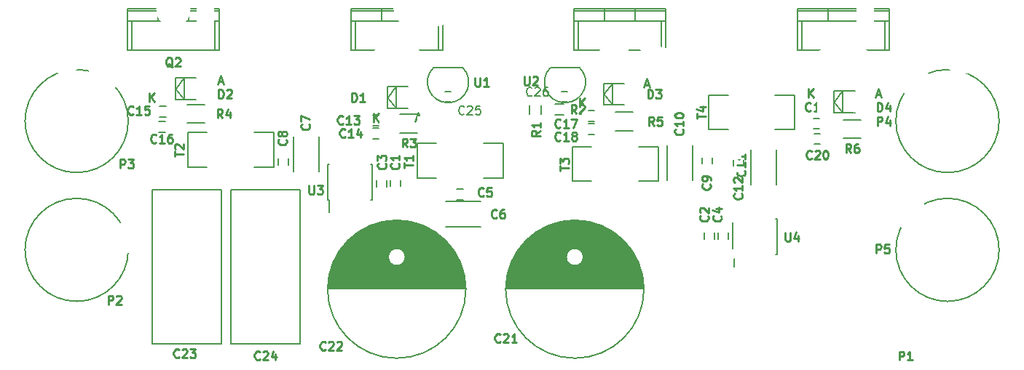
<source format=gbr>
G04 #@! TF.FileFunction,Legend,Top*
%FSLAX46Y46*%
G04 Gerber Fmt 4.6, Leading zero omitted, Abs format (unit mm)*
G04 Created by KiCad (PCBNEW 4.0.1-stable) date 13.01.2016 23:47:25*
%MOMM*%
G01*
G04 APERTURE LIST*
%ADD10C,0.100000*%
%ADD11C,0.150000*%
%ADD12C,0.250000*%
%ADD13C,7.000000*%
%ADD14R,0.750000X0.800000*%
%ADD15R,0.800000X0.750000*%
%ADD16R,1.800000X2.230000*%
%ADD17R,2.230000X1.800000*%
%ADD18C,1.700000*%
%ADD19R,2.300000X2.300000*%
%ADD20C,2.300000*%
%ADD21R,1.501140X2.700020*%
%ADD22R,0.900000X0.500000*%
%ADD23R,0.500000X0.900000*%
%ADD24R,0.900000X1.700000*%
%ADD25O,0.899160X1.501140*%
%ADD26R,0.600000X1.550000*%
%ADD27C,10.000000*%
%ADD28O,2.032000X2.540000*%
%ADD29R,1.727200X1.727200*%
%ADD30O,1.727200X1.727200*%
%ADD31C,1.500000*%
%ADD32C,4.000000*%
%ADD33C,0.254000*%
G04 APERTURE END LIST*
D10*
D11*
X174447000Y-56915000D02*
X174447000Y-57615000D01*
X173247000Y-57615000D02*
X173247000Y-56915000D01*
X210896000Y-63035000D02*
X210896000Y-63735000D01*
X209696000Y-63735000D02*
X209696000Y-63035000D01*
X172796000Y-56927000D02*
X172796000Y-57627000D01*
X171596000Y-57627000D02*
X171596000Y-56927000D01*
X212547000Y-63035000D02*
X212547000Y-63735000D01*
X211347000Y-63735000D02*
X211347000Y-63035000D01*
X180978000Y-57947000D02*
X181678000Y-57947000D01*
X181678000Y-59147000D02*
X180978000Y-59147000D01*
X183775000Y-62333000D02*
X179675000Y-62333000D01*
X183775000Y-59333000D02*
X179675000Y-59333000D01*
X161933000Y-55902000D02*
X161933000Y-51802000D01*
X164933000Y-55902000D02*
X164933000Y-51802000D01*
X161366000Y-54387000D02*
X161366000Y-55087000D01*
X160166000Y-55087000D02*
X160166000Y-54387000D01*
X209442000Y-54960000D02*
X209442000Y-54260000D01*
X210642000Y-54260000D02*
X210642000Y-54960000D01*
X208367000Y-52810000D02*
X208367000Y-56910000D01*
X205367000Y-52810000D02*
X205367000Y-56910000D01*
X218146000Y-53318000D02*
X218146000Y-57418000D01*
X215146000Y-53318000D02*
X215146000Y-57418000D01*
X213125000Y-55202000D02*
X213125000Y-54502000D01*
X214325000Y-54502000D02*
X214325000Y-55202000D01*
X171199000Y-49311000D02*
X171899000Y-49311000D01*
X171899000Y-50511000D02*
X171199000Y-50511000D01*
X171899000Y-52035000D02*
X171199000Y-52035000D01*
X171199000Y-50835000D02*
X171899000Y-50835000D01*
X146434000Y-48295000D02*
X147134000Y-48295000D01*
X147134000Y-49495000D02*
X146434000Y-49495000D01*
X147031000Y-51273000D02*
X146331000Y-51273000D01*
X146331000Y-50073000D02*
X147031000Y-50073000D01*
X196230000Y-48803000D02*
X196930000Y-48803000D01*
X196930000Y-50003000D02*
X196230000Y-50003000D01*
X196930000Y-51527000D02*
X196230000Y-51527000D01*
X196230000Y-50327000D02*
X196930000Y-50327000D01*
X222392000Y-49692000D02*
X223092000Y-49692000D01*
X223092000Y-50892000D02*
X222392000Y-50892000D01*
X223207000Y-52670000D02*
X222507000Y-52670000D01*
X222507000Y-51470000D02*
X223207000Y-51470000D01*
X186675000Y-69508000D02*
X202675000Y-69508000D01*
X186678000Y-69368000D02*
X202672000Y-69368000D01*
X186683000Y-69228000D02*
X202667000Y-69228000D01*
X186690000Y-69088000D02*
X202660000Y-69088000D01*
X186700000Y-68948000D02*
X202650000Y-68948000D01*
X186713000Y-68808000D02*
X202637000Y-68808000D01*
X186727000Y-68668000D02*
X202623000Y-68668000D01*
X186745000Y-68528000D02*
X202605000Y-68528000D01*
X186765000Y-68388000D02*
X202585000Y-68388000D01*
X186787000Y-68248000D02*
X202563000Y-68248000D01*
X186812000Y-68108000D02*
X202538000Y-68108000D01*
X186840000Y-67968000D02*
X202510000Y-67968000D01*
X186870000Y-67828000D02*
X202480000Y-67828000D01*
X186903000Y-67688000D02*
X202447000Y-67688000D01*
X186938000Y-67548000D02*
X202412000Y-67548000D01*
X186976000Y-67408000D02*
X202374000Y-67408000D01*
X187017000Y-67268000D02*
X202333000Y-67268000D01*
X187061000Y-67128000D02*
X202289000Y-67128000D01*
X187108000Y-66988000D02*
X202242000Y-66988000D01*
X187157000Y-66848000D02*
X202193000Y-66848000D01*
X187209000Y-66708000D02*
X194191000Y-66708000D01*
X195159000Y-66708000D02*
X202141000Y-66708000D01*
X187265000Y-66568000D02*
X193997000Y-66568000D01*
X195353000Y-66568000D02*
X202085000Y-66568000D01*
X187323000Y-66428000D02*
X193871000Y-66428000D01*
X195479000Y-66428000D02*
X202027000Y-66428000D01*
X187385000Y-66288000D02*
X193785000Y-66288000D01*
X195565000Y-66288000D02*
X201965000Y-66288000D01*
X187450000Y-66148000D02*
X193726000Y-66148000D01*
X195624000Y-66148000D02*
X201900000Y-66148000D01*
X187518000Y-66008000D02*
X193690000Y-66008000D01*
X195660000Y-66008000D02*
X201832000Y-66008000D01*
X187590000Y-65868000D02*
X193676000Y-65868000D01*
X195674000Y-65868000D02*
X201760000Y-65868000D01*
X187665000Y-65728000D02*
X193681000Y-65728000D01*
X195669000Y-65728000D02*
X201685000Y-65728000D01*
X187744000Y-65588000D02*
X193705000Y-65588000D01*
X195645000Y-65588000D02*
X201606000Y-65588000D01*
X187827000Y-65448000D02*
X193752000Y-65448000D01*
X195598000Y-65448000D02*
X201523000Y-65448000D01*
X187913000Y-65308000D02*
X193824000Y-65308000D01*
X195526000Y-65308000D02*
X201437000Y-65308000D01*
X188004000Y-65168000D02*
X193928000Y-65168000D01*
X195422000Y-65168000D02*
X201346000Y-65168000D01*
X188098000Y-65028000D02*
X194082000Y-65028000D01*
X195268000Y-65028000D02*
X201252000Y-65028000D01*
X188198000Y-64888000D02*
X194348000Y-64888000D01*
X195002000Y-64888000D02*
X201152000Y-64888000D01*
X188301000Y-64748000D02*
X201049000Y-64748000D01*
X188410000Y-64608000D02*
X200940000Y-64608000D01*
X188524000Y-64468000D02*
X200826000Y-64468000D01*
X188643000Y-64328000D02*
X200707000Y-64328000D01*
X188768000Y-64188000D02*
X200582000Y-64188000D01*
X188899000Y-64048000D02*
X200451000Y-64048000D01*
X189036000Y-63908000D02*
X200314000Y-63908000D01*
X189181000Y-63768000D02*
X200169000Y-63768000D01*
X189333000Y-63628000D02*
X200017000Y-63628000D01*
X189493000Y-63488000D02*
X199857000Y-63488000D01*
X189663000Y-63348000D02*
X199687000Y-63348000D01*
X189842000Y-63208000D02*
X199508000Y-63208000D01*
X190032000Y-63068000D02*
X199318000Y-63068000D01*
X190235000Y-62928000D02*
X199115000Y-62928000D01*
X190453000Y-62788000D02*
X198897000Y-62788000D01*
X190687000Y-62648000D02*
X198663000Y-62648000D01*
X190941000Y-62508000D02*
X198409000Y-62508000D01*
X191219000Y-62368000D02*
X198131000Y-62368000D01*
X191528000Y-62228000D02*
X197822000Y-62228000D01*
X191878000Y-62088000D02*
X197472000Y-62088000D01*
X192286000Y-61948000D02*
X197064000Y-61948000D01*
X192791000Y-61808000D02*
X196559000Y-61808000D01*
X193512000Y-61668000D02*
X195838000Y-61668000D01*
X195675000Y-65833000D02*
G75*
G03X195675000Y-65833000I-1000000J0D01*
G01*
X202712500Y-69583000D02*
G75*
G03X202712500Y-69583000I-8037500J0D01*
G01*
X165974000Y-69508000D02*
X181974000Y-69508000D01*
X165977000Y-69368000D02*
X181971000Y-69368000D01*
X165982000Y-69228000D02*
X181966000Y-69228000D01*
X165989000Y-69088000D02*
X181959000Y-69088000D01*
X165999000Y-68948000D02*
X181949000Y-68948000D01*
X166012000Y-68808000D02*
X181936000Y-68808000D01*
X166026000Y-68668000D02*
X181922000Y-68668000D01*
X166044000Y-68528000D02*
X181904000Y-68528000D01*
X166064000Y-68388000D02*
X181884000Y-68388000D01*
X166086000Y-68248000D02*
X181862000Y-68248000D01*
X166111000Y-68108000D02*
X181837000Y-68108000D01*
X166139000Y-67968000D02*
X181809000Y-67968000D01*
X166169000Y-67828000D02*
X181779000Y-67828000D01*
X166202000Y-67688000D02*
X181746000Y-67688000D01*
X166237000Y-67548000D02*
X181711000Y-67548000D01*
X166275000Y-67408000D02*
X181673000Y-67408000D01*
X166316000Y-67268000D02*
X181632000Y-67268000D01*
X166360000Y-67128000D02*
X181588000Y-67128000D01*
X166407000Y-66988000D02*
X181541000Y-66988000D01*
X166456000Y-66848000D02*
X181492000Y-66848000D01*
X166508000Y-66708000D02*
X173490000Y-66708000D01*
X174458000Y-66708000D02*
X181440000Y-66708000D01*
X166564000Y-66568000D02*
X173296000Y-66568000D01*
X174652000Y-66568000D02*
X181384000Y-66568000D01*
X166622000Y-66428000D02*
X173170000Y-66428000D01*
X174778000Y-66428000D02*
X181326000Y-66428000D01*
X166684000Y-66288000D02*
X173084000Y-66288000D01*
X174864000Y-66288000D02*
X181264000Y-66288000D01*
X166749000Y-66148000D02*
X173025000Y-66148000D01*
X174923000Y-66148000D02*
X181199000Y-66148000D01*
X166817000Y-66008000D02*
X172989000Y-66008000D01*
X174959000Y-66008000D02*
X181131000Y-66008000D01*
X166889000Y-65868000D02*
X172975000Y-65868000D01*
X174973000Y-65868000D02*
X181059000Y-65868000D01*
X166964000Y-65728000D02*
X172980000Y-65728000D01*
X174968000Y-65728000D02*
X180984000Y-65728000D01*
X167043000Y-65588000D02*
X173004000Y-65588000D01*
X174944000Y-65588000D02*
X180905000Y-65588000D01*
X167126000Y-65448000D02*
X173051000Y-65448000D01*
X174897000Y-65448000D02*
X180822000Y-65448000D01*
X167212000Y-65308000D02*
X173123000Y-65308000D01*
X174825000Y-65308000D02*
X180736000Y-65308000D01*
X167303000Y-65168000D02*
X173227000Y-65168000D01*
X174721000Y-65168000D02*
X180645000Y-65168000D01*
X167397000Y-65028000D02*
X173381000Y-65028000D01*
X174567000Y-65028000D02*
X180551000Y-65028000D01*
X167497000Y-64888000D02*
X173647000Y-64888000D01*
X174301000Y-64888000D02*
X180451000Y-64888000D01*
X167600000Y-64748000D02*
X180348000Y-64748000D01*
X167709000Y-64608000D02*
X180239000Y-64608000D01*
X167823000Y-64468000D02*
X180125000Y-64468000D01*
X167942000Y-64328000D02*
X180006000Y-64328000D01*
X168067000Y-64188000D02*
X179881000Y-64188000D01*
X168198000Y-64048000D02*
X179750000Y-64048000D01*
X168335000Y-63908000D02*
X179613000Y-63908000D01*
X168480000Y-63768000D02*
X179468000Y-63768000D01*
X168632000Y-63628000D02*
X179316000Y-63628000D01*
X168792000Y-63488000D02*
X179156000Y-63488000D01*
X168962000Y-63348000D02*
X178986000Y-63348000D01*
X169141000Y-63208000D02*
X178807000Y-63208000D01*
X169331000Y-63068000D02*
X178617000Y-63068000D01*
X169534000Y-62928000D02*
X178414000Y-62928000D01*
X169752000Y-62788000D02*
X178196000Y-62788000D01*
X169986000Y-62648000D02*
X177962000Y-62648000D01*
X170240000Y-62508000D02*
X177708000Y-62508000D01*
X170518000Y-62368000D02*
X177430000Y-62368000D01*
X170827000Y-62228000D02*
X177121000Y-62228000D01*
X171177000Y-62088000D02*
X176771000Y-62088000D01*
X171585000Y-61948000D02*
X176363000Y-61948000D01*
X172090000Y-61808000D02*
X175858000Y-61808000D01*
X172811000Y-61668000D02*
X175137000Y-61668000D01*
X174974000Y-65833000D02*
G75*
G03X174974000Y-65833000I-1000000J0D01*
G01*
X182011500Y-69583000D02*
G75*
G03X182011500Y-69583000I-8037500J0D01*
G01*
X145590000Y-75983000D02*
X145590000Y-57983000D01*
X145590000Y-57983000D02*
X153590000Y-57983000D01*
X153590000Y-57983000D02*
X153590000Y-75983000D01*
X153590000Y-75983000D02*
X145590000Y-75983000D01*
X154734000Y-75983000D02*
X154734000Y-57983000D01*
X154734000Y-57983000D02*
X162734000Y-57983000D01*
X162734000Y-57983000D02*
X162734000Y-75983000D01*
X162734000Y-75983000D02*
X154734000Y-75983000D01*
X172950380Y-47244000D02*
X173900340Y-45994320D01*
X173900340Y-45994320D02*
X173900340Y-48493680D01*
X173900340Y-48493680D02*
X172902120Y-47244000D01*
X172902120Y-45994320D02*
X172902120Y-48493680D01*
X175200820Y-45994320D02*
X175299880Y-45994320D01*
X175200820Y-48493680D02*
X175299880Y-48493680D01*
X172902120Y-45994320D02*
X175251620Y-45994320D01*
X172902120Y-48493680D02*
X175150020Y-48493680D01*
X148312380Y-46228000D02*
X149262340Y-44978320D01*
X149262340Y-44978320D02*
X149262340Y-47477680D01*
X149262340Y-47477680D02*
X148264120Y-46228000D01*
X148264120Y-44978320D02*
X148264120Y-47477680D01*
X150562820Y-44978320D02*
X150661880Y-44978320D01*
X150562820Y-47477680D02*
X150661880Y-47477680D01*
X148264120Y-44978320D02*
X150613620Y-44978320D01*
X148264120Y-47477680D02*
X150512020Y-47477680D01*
X198096380Y-46863000D02*
X199046340Y-45613320D01*
X199046340Y-45613320D02*
X199046340Y-48112680D01*
X199046340Y-48112680D02*
X198048120Y-46863000D01*
X198048120Y-45613320D02*
X198048120Y-48112680D01*
X200346820Y-45613320D02*
X200445880Y-45613320D01*
X200346820Y-48112680D02*
X200445880Y-48112680D01*
X198048120Y-45613320D02*
X200397620Y-45613320D01*
X198048120Y-48112680D02*
X200296020Y-48112680D01*
X224880680Y-47752000D02*
X225830640Y-46502320D01*
X225830640Y-46502320D02*
X225830640Y-49001680D01*
X225830640Y-49001680D02*
X224832420Y-47752000D01*
X224832420Y-46502320D02*
X224832420Y-49001680D01*
X227131120Y-46502320D02*
X227230180Y-46502320D01*
X227131120Y-49001680D02*
X227230180Y-49001680D01*
X224832420Y-46502320D02*
X227181920Y-46502320D01*
X224832420Y-49001680D02*
X227080320Y-49001680D01*
X190746000Y-48169000D02*
X190746000Y-49169000D01*
X189396000Y-49169000D02*
X189396000Y-48169000D01*
X193397000Y-49316000D02*
X192397000Y-49316000D01*
X192397000Y-47966000D02*
X193397000Y-47966000D01*
X174371000Y-49217000D02*
X176371000Y-49217000D01*
X176371000Y-51367000D02*
X174371000Y-51367000D01*
X149606000Y-48074000D02*
X151606000Y-48074000D01*
X151606000Y-50224000D02*
X149606000Y-50224000D01*
X199390000Y-48963000D02*
X201390000Y-48963000D01*
X201390000Y-51113000D02*
X199390000Y-51113000D01*
X225933000Y-49852000D02*
X227933000Y-49852000D01*
X227933000Y-52002000D02*
X225933000Y-52002000D01*
X181643000Y-43766000D02*
X178243000Y-43766000D01*
X181640056Y-43768944D02*
G75*
G02X179943000Y-47866000I-1697056J-1697056D01*
G01*
X178245944Y-43768944D02*
G75*
G03X179943000Y-47866000I1697056J-1697056D01*
G01*
X195232000Y-43766000D02*
X191832000Y-43766000D01*
X195229056Y-43768944D02*
G75*
G02X193532000Y-47866000I-1697056J-1697056D01*
G01*
X191834944Y-43768944D02*
G75*
G03X193532000Y-47866000I1697056J-1697056D01*
G01*
X165938000Y-59225000D02*
X166083000Y-59225000D01*
X165938000Y-55075000D02*
X166083000Y-55075000D01*
X171088000Y-55075000D02*
X170943000Y-55075000D01*
X171088000Y-59225000D02*
X170943000Y-59225000D01*
X165938000Y-59225000D02*
X165938000Y-55075000D01*
X171088000Y-59225000D02*
X171088000Y-55075000D01*
X166083000Y-59225000D02*
X166083000Y-60625000D01*
X213055000Y-65575000D02*
X213200000Y-65575000D01*
X213055000Y-61425000D02*
X213200000Y-61425000D01*
X218205000Y-61425000D02*
X218060000Y-61425000D01*
X218205000Y-65575000D02*
X218060000Y-65575000D01*
X213055000Y-65575000D02*
X213055000Y-61425000D01*
X218205000Y-65575000D02*
X218205000Y-61425000D01*
X213200000Y-65575000D02*
X213200000Y-66975000D01*
X176340000Y-56610000D02*
X178610000Y-56610000D01*
X176340000Y-52610000D02*
X176340000Y-56610000D01*
X178610000Y-52610000D02*
X176340000Y-52610000D01*
X186340000Y-56610000D02*
X184070000Y-56610000D01*
X186340000Y-52610000D02*
X186340000Y-56610000D01*
X184070000Y-52610000D02*
X186340000Y-52610000D01*
X149670000Y-55340000D02*
X151940000Y-55340000D01*
X149670000Y-51340000D02*
X149670000Y-55340000D01*
X151940000Y-51340000D02*
X149670000Y-51340000D01*
X159670000Y-55340000D02*
X157400000Y-55340000D01*
X159670000Y-51340000D02*
X159670000Y-55340000D01*
X157400000Y-51340000D02*
X159670000Y-51340000D01*
X194374000Y-56991000D02*
X196644000Y-56991000D01*
X194374000Y-52991000D02*
X194374000Y-56991000D01*
X196644000Y-52991000D02*
X194374000Y-52991000D01*
X204374000Y-56991000D02*
X202104000Y-56991000D01*
X204374000Y-52991000D02*
X204374000Y-56991000D01*
X202104000Y-52991000D02*
X204374000Y-52991000D01*
X220249000Y-46954000D02*
X217979000Y-46954000D01*
X220249000Y-50954000D02*
X220249000Y-46954000D01*
X217979000Y-50954000D02*
X220249000Y-50954000D01*
X210249000Y-46954000D02*
X212519000Y-46954000D01*
X210249000Y-50954000D02*
X210249000Y-46954000D01*
X212519000Y-50954000D02*
X210249000Y-50954000D01*
X142763000Y-65000000D02*
G75*
G03X142763000Y-65000000I-6000000J0D01*
G01*
X142763000Y-50000000D02*
G75*
G03X142763000Y-50000000I-6000000J0D01*
G01*
X244000000Y-50000000D02*
G75*
G03X244000000Y-50000000I-6000000J0D01*
G01*
X244000000Y-65000000D02*
G75*
G03X244000000Y-65000000I-6000000J0D01*
G01*
X152826000Y-38349000D02*
X152826000Y-41778000D01*
X143174000Y-38349000D02*
X143174000Y-41778000D01*
X153334000Y-37206000D02*
X142666000Y-37206000D01*
X149778000Y-38222000D02*
X149778000Y-36952000D01*
X146222000Y-38222000D02*
X146222000Y-36952000D01*
X142666000Y-38349000D02*
X153334000Y-38349000D01*
X153334000Y-41778000D02*
X142666000Y-41778000D01*
X142666000Y-36952000D02*
X142666000Y-41778000D01*
X153334000Y-36952000D02*
X153334000Y-41778000D01*
X153334000Y-36952000D02*
X142666000Y-36952000D01*
X178786000Y-38349000D02*
X178786000Y-41778000D01*
X169134000Y-38349000D02*
X169134000Y-41778000D01*
X179294000Y-37206000D02*
X168626000Y-37206000D01*
X175738000Y-38222000D02*
X175738000Y-36952000D01*
X172182000Y-38222000D02*
X172182000Y-36952000D01*
X168626000Y-38349000D02*
X179294000Y-38349000D01*
X179294000Y-41778000D02*
X168626000Y-41778000D01*
X168626000Y-36952000D02*
X168626000Y-41778000D01*
X179294000Y-36952000D02*
X179294000Y-41778000D01*
X179294000Y-36952000D02*
X168626000Y-36952000D01*
X204746000Y-38349000D02*
X204746000Y-41778000D01*
X195094000Y-38349000D02*
X195094000Y-41778000D01*
X205254000Y-37206000D02*
X194586000Y-37206000D01*
X201698000Y-38222000D02*
X201698000Y-36952000D01*
X198142000Y-38222000D02*
X198142000Y-36952000D01*
X194586000Y-38349000D02*
X205254000Y-38349000D01*
X205254000Y-41778000D02*
X194586000Y-41778000D01*
X194586000Y-36952000D02*
X194586000Y-41778000D01*
X205254000Y-36952000D02*
X205254000Y-41778000D01*
X205254000Y-36952000D02*
X194586000Y-36952000D01*
X230706000Y-38349000D02*
X230706000Y-41778000D01*
X221054000Y-38349000D02*
X221054000Y-41778000D01*
X231214000Y-37206000D02*
X220546000Y-37206000D01*
X227658000Y-38222000D02*
X227658000Y-36952000D01*
X224102000Y-38222000D02*
X224102000Y-36952000D01*
X220546000Y-38349000D02*
X231214000Y-38349000D01*
X231214000Y-41778000D02*
X220546000Y-41778000D01*
X220546000Y-36952000D02*
X220546000Y-41778000D01*
X231214000Y-36952000D02*
X231214000Y-41778000D01*
X231214000Y-36952000D02*
X220546000Y-36952000D01*
X179561000Y-46545000D02*
X180261000Y-46545000D01*
X180261000Y-47745000D02*
X179561000Y-47745000D01*
X193150000Y-46545000D02*
X193850000Y-46545000D01*
X193850000Y-47745000D02*
X193150000Y-47745000D01*
D12*
X174172143Y-54931666D02*
X174219762Y-54979285D01*
X174267381Y-55122142D01*
X174267381Y-55217380D01*
X174219762Y-55360238D01*
X174124524Y-55455476D01*
X174029286Y-55503095D01*
X173838810Y-55550714D01*
X173695952Y-55550714D01*
X173505476Y-55503095D01*
X173410238Y-55455476D01*
X173315000Y-55360238D01*
X173267381Y-55217380D01*
X173267381Y-55122142D01*
X173315000Y-54979285D01*
X173362619Y-54931666D01*
X174267381Y-53979285D02*
X174267381Y-54550714D01*
X174267381Y-54265000D02*
X173267381Y-54265000D01*
X173410238Y-54360238D01*
X173505476Y-54455476D01*
X173553095Y-54550714D01*
X210113143Y-61027666D02*
X210160762Y-61075285D01*
X210208381Y-61218142D01*
X210208381Y-61313380D01*
X210160762Y-61456238D01*
X210065524Y-61551476D01*
X209970286Y-61599095D01*
X209779810Y-61646714D01*
X209636952Y-61646714D01*
X209446476Y-61599095D01*
X209351238Y-61551476D01*
X209256000Y-61456238D01*
X209208381Y-61313380D01*
X209208381Y-61218142D01*
X209256000Y-61075285D01*
X209303619Y-61027666D01*
X209303619Y-60646714D02*
X209256000Y-60599095D01*
X209208381Y-60503857D01*
X209208381Y-60265761D01*
X209256000Y-60170523D01*
X209303619Y-60122904D01*
X209398857Y-60075285D01*
X209494095Y-60075285D01*
X209636952Y-60122904D01*
X210208381Y-60694333D01*
X210208381Y-60075285D01*
X172648143Y-54931666D02*
X172695762Y-54979285D01*
X172743381Y-55122142D01*
X172743381Y-55217380D01*
X172695762Y-55360238D01*
X172600524Y-55455476D01*
X172505286Y-55503095D01*
X172314810Y-55550714D01*
X172171952Y-55550714D01*
X171981476Y-55503095D01*
X171886238Y-55455476D01*
X171791000Y-55360238D01*
X171743381Y-55217380D01*
X171743381Y-55122142D01*
X171791000Y-54979285D01*
X171838619Y-54931666D01*
X171743381Y-54598333D02*
X171743381Y-53979285D01*
X172124333Y-54312619D01*
X172124333Y-54169761D01*
X172171952Y-54074523D01*
X172219571Y-54026904D01*
X172314810Y-53979285D01*
X172552905Y-53979285D01*
X172648143Y-54026904D01*
X172695762Y-54074523D01*
X172743381Y-54169761D01*
X172743381Y-54455476D01*
X172695762Y-54550714D01*
X172648143Y-54598333D01*
X211637143Y-61027666D02*
X211684762Y-61075285D01*
X211732381Y-61218142D01*
X211732381Y-61313380D01*
X211684762Y-61456238D01*
X211589524Y-61551476D01*
X211494286Y-61599095D01*
X211303810Y-61646714D01*
X211160952Y-61646714D01*
X210970476Y-61599095D01*
X210875238Y-61551476D01*
X210780000Y-61456238D01*
X210732381Y-61313380D01*
X210732381Y-61218142D01*
X210780000Y-61075285D01*
X210827619Y-61027666D01*
X211065714Y-60170523D02*
X211732381Y-60170523D01*
X210684762Y-60408619D02*
X211399048Y-60646714D01*
X211399048Y-60027666D01*
X184062334Y-58678143D02*
X184014715Y-58725762D01*
X183871858Y-58773381D01*
X183776620Y-58773381D01*
X183633762Y-58725762D01*
X183538524Y-58630524D01*
X183490905Y-58535286D01*
X183443286Y-58344810D01*
X183443286Y-58201952D01*
X183490905Y-58011476D01*
X183538524Y-57916238D01*
X183633762Y-57821000D01*
X183776620Y-57773381D01*
X183871858Y-57773381D01*
X184014715Y-57821000D01*
X184062334Y-57868619D01*
X184967096Y-57773381D02*
X184490905Y-57773381D01*
X184443286Y-58249571D01*
X184490905Y-58201952D01*
X184586143Y-58154333D01*
X184824239Y-58154333D01*
X184919477Y-58201952D01*
X184967096Y-58249571D01*
X185014715Y-58344810D01*
X185014715Y-58582905D01*
X184967096Y-58678143D01*
X184919477Y-58725762D01*
X184824239Y-58773381D01*
X184586143Y-58773381D01*
X184490905Y-58725762D01*
X184443286Y-58678143D01*
X185586334Y-61218143D02*
X185538715Y-61265762D01*
X185395858Y-61313381D01*
X185300620Y-61313381D01*
X185157762Y-61265762D01*
X185062524Y-61170524D01*
X185014905Y-61075286D01*
X184967286Y-60884810D01*
X184967286Y-60741952D01*
X185014905Y-60551476D01*
X185062524Y-60456238D01*
X185157762Y-60361000D01*
X185300620Y-60313381D01*
X185395858Y-60313381D01*
X185538715Y-60361000D01*
X185586334Y-60408619D01*
X186443477Y-60313381D02*
X186253000Y-60313381D01*
X186157762Y-60361000D01*
X186110143Y-60408619D01*
X186014905Y-60551476D01*
X185967286Y-60741952D01*
X185967286Y-61122905D01*
X186014905Y-61218143D01*
X186062524Y-61265762D01*
X186157762Y-61313381D01*
X186348239Y-61313381D01*
X186443477Y-61265762D01*
X186491096Y-61218143D01*
X186538715Y-61122905D01*
X186538715Y-60884810D01*
X186491096Y-60789571D01*
X186443477Y-60741952D01*
X186348239Y-60694333D01*
X186157762Y-60694333D01*
X186062524Y-60741952D01*
X186014905Y-60789571D01*
X185967286Y-60884810D01*
X163758143Y-50359666D02*
X163805762Y-50407285D01*
X163853381Y-50550142D01*
X163853381Y-50645380D01*
X163805762Y-50788238D01*
X163710524Y-50883476D01*
X163615286Y-50931095D01*
X163424810Y-50978714D01*
X163281952Y-50978714D01*
X163091476Y-50931095D01*
X162996238Y-50883476D01*
X162901000Y-50788238D01*
X162853381Y-50645380D01*
X162853381Y-50550142D01*
X162901000Y-50407285D01*
X162948619Y-50359666D01*
X162853381Y-50026333D02*
X162853381Y-49359666D01*
X163853381Y-49788238D01*
X161091143Y-52137666D02*
X161138762Y-52185285D01*
X161186381Y-52328142D01*
X161186381Y-52423380D01*
X161138762Y-52566238D01*
X161043524Y-52661476D01*
X160948286Y-52709095D01*
X160757810Y-52756714D01*
X160614952Y-52756714D01*
X160424476Y-52709095D01*
X160329238Y-52661476D01*
X160234000Y-52566238D01*
X160186381Y-52423380D01*
X160186381Y-52328142D01*
X160234000Y-52185285D01*
X160281619Y-52137666D01*
X160614952Y-51566238D02*
X160567333Y-51661476D01*
X160519714Y-51709095D01*
X160424476Y-51756714D01*
X160376857Y-51756714D01*
X160281619Y-51709095D01*
X160234000Y-51661476D01*
X160186381Y-51566238D01*
X160186381Y-51375761D01*
X160234000Y-51280523D01*
X160281619Y-51232904D01*
X160376857Y-51185285D01*
X160424476Y-51185285D01*
X160519714Y-51232904D01*
X160567333Y-51280523D01*
X160614952Y-51375761D01*
X160614952Y-51566238D01*
X160662571Y-51661476D01*
X160710190Y-51709095D01*
X160805429Y-51756714D01*
X160995905Y-51756714D01*
X161091143Y-51709095D01*
X161138762Y-51661476D01*
X161186381Y-51566238D01*
X161186381Y-51375761D01*
X161138762Y-51280523D01*
X161091143Y-51232904D01*
X160995905Y-51185285D01*
X160805429Y-51185285D01*
X160710190Y-51232904D01*
X160662571Y-51280523D01*
X160614952Y-51375761D01*
X210367143Y-57344666D02*
X210414762Y-57392285D01*
X210462381Y-57535142D01*
X210462381Y-57630380D01*
X210414762Y-57773238D01*
X210319524Y-57868476D01*
X210224286Y-57916095D01*
X210033810Y-57963714D01*
X209890952Y-57963714D01*
X209700476Y-57916095D01*
X209605238Y-57868476D01*
X209510000Y-57773238D01*
X209462381Y-57630380D01*
X209462381Y-57535142D01*
X209510000Y-57392285D01*
X209557619Y-57344666D01*
X210462381Y-56868476D02*
X210462381Y-56678000D01*
X210414762Y-56582761D01*
X210367143Y-56535142D01*
X210224286Y-56439904D01*
X210033810Y-56392285D01*
X209652857Y-56392285D01*
X209557619Y-56439904D01*
X209510000Y-56487523D01*
X209462381Y-56582761D01*
X209462381Y-56773238D01*
X209510000Y-56868476D01*
X209557619Y-56916095D01*
X209652857Y-56963714D01*
X209890952Y-56963714D01*
X209986190Y-56916095D01*
X210033810Y-56868476D01*
X210081429Y-56773238D01*
X210081429Y-56582761D01*
X210033810Y-56487523D01*
X209986190Y-56439904D01*
X209890952Y-56392285D01*
X207192143Y-50962857D02*
X207239762Y-51010476D01*
X207287381Y-51153333D01*
X207287381Y-51248571D01*
X207239762Y-51391429D01*
X207144524Y-51486667D01*
X207049286Y-51534286D01*
X206858810Y-51581905D01*
X206715952Y-51581905D01*
X206525476Y-51534286D01*
X206430238Y-51486667D01*
X206335000Y-51391429D01*
X206287381Y-51248571D01*
X206287381Y-51153333D01*
X206335000Y-51010476D01*
X206382619Y-50962857D01*
X207287381Y-50010476D02*
X207287381Y-50581905D01*
X207287381Y-50296191D02*
X206287381Y-50296191D01*
X206430238Y-50391429D01*
X206525476Y-50486667D01*
X206573095Y-50581905D01*
X206287381Y-49391429D02*
X206287381Y-49296190D01*
X206335000Y-49200952D01*
X206382619Y-49153333D01*
X206477857Y-49105714D01*
X206668333Y-49058095D01*
X206906429Y-49058095D01*
X207096905Y-49105714D01*
X207192143Y-49153333D01*
X207239762Y-49200952D01*
X207287381Y-49296190D01*
X207287381Y-49391429D01*
X207239762Y-49486667D01*
X207192143Y-49534286D01*
X207096905Y-49581905D01*
X206906429Y-49629524D01*
X206668333Y-49629524D01*
X206477857Y-49581905D01*
X206382619Y-49534286D01*
X206335000Y-49486667D01*
X206287381Y-49391429D01*
X214403143Y-55760857D02*
X214450762Y-55808476D01*
X214498381Y-55951333D01*
X214498381Y-56046571D01*
X214450762Y-56189429D01*
X214355524Y-56284667D01*
X214260286Y-56332286D01*
X214069810Y-56379905D01*
X213926952Y-56379905D01*
X213736476Y-56332286D01*
X213641238Y-56284667D01*
X213546000Y-56189429D01*
X213498381Y-56046571D01*
X213498381Y-55951333D01*
X213546000Y-55808476D01*
X213593619Y-55760857D01*
X214498381Y-54808476D02*
X214498381Y-55379905D01*
X214498381Y-55094191D02*
X213498381Y-55094191D01*
X213641238Y-55189429D01*
X213736476Y-55284667D01*
X213784095Y-55379905D01*
X214498381Y-53856095D02*
X214498381Y-54427524D01*
X214498381Y-54141810D02*
X213498381Y-54141810D01*
X213641238Y-54237048D01*
X213736476Y-54332286D01*
X213784095Y-54427524D01*
X214050143Y-58455857D02*
X214097762Y-58503476D01*
X214145381Y-58646333D01*
X214145381Y-58741571D01*
X214097762Y-58884429D01*
X214002524Y-58979667D01*
X213907286Y-59027286D01*
X213716810Y-59074905D01*
X213573952Y-59074905D01*
X213383476Y-59027286D01*
X213288238Y-58979667D01*
X213193000Y-58884429D01*
X213145381Y-58741571D01*
X213145381Y-58646333D01*
X213193000Y-58503476D01*
X213240619Y-58455857D01*
X214145381Y-57503476D02*
X214145381Y-58074905D01*
X214145381Y-57789191D02*
X213145381Y-57789191D01*
X213288238Y-57884429D01*
X213383476Y-57979667D01*
X213431095Y-58074905D01*
X213240619Y-57122524D02*
X213193000Y-57074905D01*
X213145381Y-56979667D01*
X213145381Y-56741571D01*
X213193000Y-56646333D01*
X213240619Y-56598714D01*
X213335857Y-56551095D01*
X213431095Y-56551095D01*
X213573952Y-56598714D01*
X214145381Y-57170143D01*
X214145381Y-56551095D01*
X167711143Y-50296143D02*
X167663524Y-50343762D01*
X167520667Y-50391381D01*
X167425429Y-50391381D01*
X167282571Y-50343762D01*
X167187333Y-50248524D01*
X167139714Y-50153286D01*
X167092095Y-49962810D01*
X167092095Y-49819952D01*
X167139714Y-49629476D01*
X167187333Y-49534238D01*
X167282571Y-49439000D01*
X167425429Y-49391381D01*
X167520667Y-49391381D01*
X167663524Y-49439000D01*
X167711143Y-49486619D01*
X168663524Y-50391381D02*
X168092095Y-50391381D01*
X168377809Y-50391381D02*
X168377809Y-49391381D01*
X168282571Y-49534238D01*
X168187333Y-49629476D01*
X168092095Y-49677095D01*
X168996857Y-49391381D02*
X169615905Y-49391381D01*
X169282571Y-49772333D01*
X169425429Y-49772333D01*
X169520667Y-49819952D01*
X169568286Y-49867571D01*
X169615905Y-49962810D01*
X169615905Y-50200905D01*
X169568286Y-50296143D01*
X169520667Y-50343762D01*
X169425429Y-50391381D01*
X169139714Y-50391381D01*
X169044476Y-50343762D01*
X168996857Y-50296143D01*
X167965143Y-51820143D02*
X167917524Y-51867762D01*
X167774667Y-51915381D01*
X167679429Y-51915381D01*
X167536571Y-51867762D01*
X167441333Y-51772524D01*
X167393714Y-51677286D01*
X167346095Y-51486810D01*
X167346095Y-51343952D01*
X167393714Y-51153476D01*
X167441333Y-51058238D01*
X167536571Y-50963000D01*
X167679429Y-50915381D01*
X167774667Y-50915381D01*
X167917524Y-50963000D01*
X167965143Y-51010619D01*
X168917524Y-51915381D02*
X168346095Y-51915381D01*
X168631809Y-51915381D02*
X168631809Y-50915381D01*
X168536571Y-51058238D01*
X168441333Y-51153476D01*
X168346095Y-51201095D01*
X169774667Y-51248714D02*
X169774667Y-51915381D01*
X169536571Y-50867762D02*
X169298476Y-51582048D01*
X169917524Y-51582048D01*
X143327143Y-49153143D02*
X143279524Y-49200762D01*
X143136667Y-49248381D01*
X143041429Y-49248381D01*
X142898571Y-49200762D01*
X142803333Y-49105524D01*
X142755714Y-49010286D01*
X142708095Y-48819810D01*
X142708095Y-48676952D01*
X142755714Y-48486476D01*
X142803333Y-48391238D01*
X142898571Y-48296000D01*
X143041429Y-48248381D01*
X143136667Y-48248381D01*
X143279524Y-48296000D01*
X143327143Y-48343619D01*
X144279524Y-49248381D02*
X143708095Y-49248381D01*
X143993809Y-49248381D02*
X143993809Y-48248381D01*
X143898571Y-48391238D01*
X143803333Y-48486476D01*
X143708095Y-48534095D01*
X145184286Y-48248381D02*
X144708095Y-48248381D01*
X144660476Y-48724571D01*
X144708095Y-48676952D01*
X144803333Y-48629333D01*
X145041429Y-48629333D01*
X145136667Y-48676952D01*
X145184286Y-48724571D01*
X145231905Y-48819810D01*
X145231905Y-49057905D01*
X145184286Y-49153143D01*
X145136667Y-49200762D01*
X145041429Y-49248381D01*
X144803333Y-49248381D01*
X144708095Y-49200762D01*
X144660476Y-49153143D01*
X145994143Y-52455143D02*
X145946524Y-52502762D01*
X145803667Y-52550381D01*
X145708429Y-52550381D01*
X145565571Y-52502762D01*
X145470333Y-52407524D01*
X145422714Y-52312286D01*
X145375095Y-52121810D01*
X145375095Y-51978952D01*
X145422714Y-51788476D01*
X145470333Y-51693238D01*
X145565571Y-51598000D01*
X145708429Y-51550381D01*
X145803667Y-51550381D01*
X145946524Y-51598000D01*
X145994143Y-51645619D01*
X146946524Y-52550381D02*
X146375095Y-52550381D01*
X146660809Y-52550381D02*
X146660809Y-51550381D01*
X146565571Y-51693238D01*
X146470333Y-51788476D01*
X146375095Y-51836095D01*
X147803667Y-51550381D02*
X147613190Y-51550381D01*
X147517952Y-51598000D01*
X147470333Y-51645619D01*
X147375095Y-51788476D01*
X147327476Y-51978952D01*
X147327476Y-52359905D01*
X147375095Y-52455143D01*
X147422714Y-52502762D01*
X147517952Y-52550381D01*
X147708429Y-52550381D01*
X147803667Y-52502762D01*
X147851286Y-52455143D01*
X147898905Y-52359905D01*
X147898905Y-52121810D01*
X147851286Y-52026571D01*
X147803667Y-51978952D01*
X147708429Y-51931333D01*
X147517952Y-51931333D01*
X147422714Y-51978952D01*
X147375095Y-52026571D01*
X147327476Y-52121810D01*
X192984143Y-50677143D02*
X192936524Y-50724762D01*
X192793667Y-50772381D01*
X192698429Y-50772381D01*
X192555571Y-50724762D01*
X192460333Y-50629524D01*
X192412714Y-50534286D01*
X192365095Y-50343810D01*
X192365095Y-50200952D01*
X192412714Y-50010476D01*
X192460333Y-49915238D01*
X192555571Y-49820000D01*
X192698429Y-49772381D01*
X192793667Y-49772381D01*
X192936524Y-49820000D01*
X192984143Y-49867619D01*
X193936524Y-50772381D02*
X193365095Y-50772381D01*
X193650809Y-50772381D02*
X193650809Y-49772381D01*
X193555571Y-49915238D01*
X193460333Y-50010476D01*
X193365095Y-50058095D01*
X194269857Y-49772381D02*
X194936524Y-49772381D01*
X194507952Y-50772381D01*
X192984143Y-52201143D02*
X192936524Y-52248762D01*
X192793667Y-52296381D01*
X192698429Y-52296381D01*
X192555571Y-52248762D01*
X192460333Y-52153524D01*
X192412714Y-52058286D01*
X192365095Y-51867810D01*
X192365095Y-51724952D01*
X192412714Y-51534476D01*
X192460333Y-51439238D01*
X192555571Y-51344000D01*
X192698429Y-51296381D01*
X192793667Y-51296381D01*
X192936524Y-51344000D01*
X192984143Y-51391619D01*
X193936524Y-52296381D02*
X193365095Y-52296381D01*
X193650809Y-52296381D02*
X193650809Y-51296381D01*
X193555571Y-51439238D01*
X193460333Y-51534476D01*
X193365095Y-51582095D01*
X194507952Y-51724952D02*
X194412714Y-51677333D01*
X194365095Y-51629714D01*
X194317476Y-51534476D01*
X194317476Y-51486857D01*
X194365095Y-51391619D01*
X194412714Y-51344000D01*
X194507952Y-51296381D01*
X194698429Y-51296381D01*
X194793667Y-51344000D01*
X194841286Y-51391619D01*
X194888905Y-51486857D01*
X194888905Y-51534476D01*
X194841286Y-51629714D01*
X194793667Y-51677333D01*
X194698429Y-51724952D01*
X194507952Y-51724952D01*
X194412714Y-51772571D01*
X194365095Y-51820190D01*
X194317476Y-51915429D01*
X194317476Y-52105905D01*
X194365095Y-52201143D01*
X194412714Y-52248762D01*
X194507952Y-52296381D01*
X194698429Y-52296381D01*
X194793667Y-52248762D01*
X194841286Y-52201143D01*
X194888905Y-52105905D01*
X194888905Y-51915429D01*
X194841286Y-51820190D01*
X194793667Y-51772571D01*
X194698429Y-51724952D01*
X222099143Y-48749143D02*
X222051524Y-48796762D01*
X221908667Y-48844381D01*
X221813429Y-48844381D01*
X221670571Y-48796762D01*
X221575333Y-48701524D01*
X221527714Y-48606286D01*
X221480095Y-48415810D01*
X221480095Y-48272952D01*
X221527714Y-48082476D01*
X221575333Y-47987238D01*
X221670571Y-47892000D01*
X221813429Y-47844381D01*
X221908667Y-47844381D01*
X222051524Y-47892000D01*
X222099143Y-47939619D01*
X223051524Y-48844381D02*
X222480095Y-48844381D01*
X222765809Y-48844381D02*
X222765809Y-47844381D01*
X222670571Y-47987238D01*
X222575333Y-48082476D01*
X222480095Y-48130095D01*
X223527714Y-48844381D02*
X223718190Y-48844381D01*
X223813429Y-48796762D01*
X223861048Y-48749143D01*
X223956286Y-48606286D01*
X224003905Y-48415810D01*
X224003905Y-48034857D01*
X223956286Y-47939619D01*
X223908667Y-47892000D01*
X223813429Y-47844381D01*
X223622952Y-47844381D01*
X223527714Y-47892000D01*
X223480095Y-47939619D01*
X223432476Y-48034857D01*
X223432476Y-48272952D01*
X223480095Y-48368190D01*
X223527714Y-48415810D01*
X223622952Y-48463429D01*
X223813429Y-48463429D01*
X223908667Y-48415810D01*
X223956286Y-48368190D01*
X224003905Y-48272952D01*
X222214143Y-54327143D02*
X222166524Y-54374762D01*
X222023667Y-54422381D01*
X221928429Y-54422381D01*
X221785571Y-54374762D01*
X221690333Y-54279524D01*
X221642714Y-54184286D01*
X221595095Y-53993810D01*
X221595095Y-53850952D01*
X221642714Y-53660476D01*
X221690333Y-53565238D01*
X221785571Y-53470000D01*
X221928429Y-53422381D01*
X222023667Y-53422381D01*
X222166524Y-53470000D01*
X222214143Y-53517619D01*
X222595095Y-53517619D02*
X222642714Y-53470000D01*
X222737952Y-53422381D01*
X222976048Y-53422381D01*
X223071286Y-53470000D01*
X223118905Y-53517619D01*
X223166524Y-53612857D01*
X223166524Y-53708095D01*
X223118905Y-53850952D01*
X222547476Y-54422381D01*
X223166524Y-54422381D01*
X223785571Y-53422381D02*
X223880810Y-53422381D01*
X223976048Y-53470000D01*
X224023667Y-53517619D01*
X224071286Y-53612857D01*
X224118905Y-53803333D01*
X224118905Y-54041429D01*
X224071286Y-54231905D01*
X224023667Y-54327143D01*
X223976048Y-54374762D01*
X223880810Y-54422381D01*
X223785571Y-54422381D01*
X223690333Y-54374762D01*
X223642714Y-54327143D01*
X223595095Y-54231905D01*
X223547476Y-54041429D01*
X223547476Y-53803333D01*
X223595095Y-53612857D01*
X223642714Y-53517619D01*
X223690333Y-53470000D01*
X223785571Y-53422381D01*
X185999143Y-75696143D02*
X185951524Y-75743762D01*
X185808667Y-75791381D01*
X185713429Y-75791381D01*
X185570571Y-75743762D01*
X185475333Y-75648524D01*
X185427714Y-75553286D01*
X185380095Y-75362810D01*
X185380095Y-75219952D01*
X185427714Y-75029476D01*
X185475333Y-74934238D01*
X185570571Y-74839000D01*
X185713429Y-74791381D01*
X185808667Y-74791381D01*
X185951524Y-74839000D01*
X185999143Y-74886619D01*
X186380095Y-74886619D02*
X186427714Y-74839000D01*
X186522952Y-74791381D01*
X186761048Y-74791381D01*
X186856286Y-74839000D01*
X186903905Y-74886619D01*
X186951524Y-74981857D01*
X186951524Y-75077095D01*
X186903905Y-75219952D01*
X186332476Y-75791381D01*
X186951524Y-75791381D01*
X187903905Y-75791381D02*
X187332476Y-75791381D01*
X187618190Y-75791381D02*
X187618190Y-74791381D01*
X187522952Y-74934238D01*
X187427714Y-75029476D01*
X187332476Y-75077095D01*
X165679143Y-76585143D02*
X165631524Y-76632762D01*
X165488667Y-76680381D01*
X165393429Y-76680381D01*
X165250571Y-76632762D01*
X165155333Y-76537524D01*
X165107714Y-76442286D01*
X165060095Y-76251810D01*
X165060095Y-76108952D01*
X165107714Y-75918476D01*
X165155333Y-75823238D01*
X165250571Y-75728000D01*
X165393429Y-75680381D01*
X165488667Y-75680381D01*
X165631524Y-75728000D01*
X165679143Y-75775619D01*
X166060095Y-75775619D02*
X166107714Y-75728000D01*
X166202952Y-75680381D01*
X166441048Y-75680381D01*
X166536286Y-75728000D01*
X166583905Y-75775619D01*
X166631524Y-75870857D01*
X166631524Y-75966095D01*
X166583905Y-76108952D01*
X166012476Y-76680381D01*
X166631524Y-76680381D01*
X167012476Y-75775619D02*
X167060095Y-75728000D01*
X167155333Y-75680381D01*
X167393429Y-75680381D01*
X167488667Y-75728000D01*
X167536286Y-75775619D01*
X167583905Y-75870857D01*
X167583905Y-75966095D01*
X167536286Y-76108952D01*
X166964857Y-76680381D01*
X167583905Y-76680381D01*
X148661143Y-77474143D02*
X148613524Y-77521762D01*
X148470667Y-77569381D01*
X148375429Y-77569381D01*
X148232571Y-77521762D01*
X148137333Y-77426524D01*
X148089714Y-77331286D01*
X148042095Y-77140810D01*
X148042095Y-76997952D01*
X148089714Y-76807476D01*
X148137333Y-76712238D01*
X148232571Y-76617000D01*
X148375429Y-76569381D01*
X148470667Y-76569381D01*
X148613524Y-76617000D01*
X148661143Y-76664619D01*
X149042095Y-76664619D02*
X149089714Y-76617000D01*
X149184952Y-76569381D01*
X149423048Y-76569381D01*
X149518286Y-76617000D01*
X149565905Y-76664619D01*
X149613524Y-76759857D01*
X149613524Y-76855095D01*
X149565905Y-76997952D01*
X148994476Y-77569381D01*
X149613524Y-77569381D01*
X149946857Y-76569381D02*
X150565905Y-76569381D01*
X150232571Y-76950333D01*
X150375429Y-76950333D01*
X150470667Y-76997952D01*
X150518286Y-77045571D01*
X150565905Y-77140810D01*
X150565905Y-77378905D01*
X150518286Y-77474143D01*
X150470667Y-77521762D01*
X150375429Y-77569381D01*
X150089714Y-77569381D01*
X149994476Y-77521762D01*
X149946857Y-77474143D01*
X158059143Y-77728143D02*
X158011524Y-77775762D01*
X157868667Y-77823381D01*
X157773429Y-77823381D01*
X157630571Y-77775762D01*
X157535333Y-77680524D01*
X157487714Y-77585286D01*
X157440095Y-77394810D01*
X157440095Y-77251952D01*
X157487714Y-77061476D01*
X157535333Y-76966238D01*
X157630571Y-76871000D01*
X157773429Y-76823381D01*
X157868667Y-76823381D01*
X158011524Y-76871000D01*
X158059143Y-76918619D01*
X158440095Y-76918619D02*
X158487714Y-76871000D01*
X158582952Y-76823381D01*
X158821048Y-76823381D01*
X158916286Y-76871000D01*
X158963905Y-76918619D01*
X159011524Y-77013857D01*
X159011524Y-77109095D01*
X158963905Y-77251952D01*
X158392476Y-77823381D01*
X159011524Y-77823381D01*
X159868667Y-77156714D02*
X159868667Y-77823381D01*
X159630571Y-76775762D02*
X159392476Y-77490048D01*
X160011524Y-77490048D01*
X168758905Y-47724381D02*
X168758905Y-46724381D01*
X168997000Y-46724381D01*
X169139858Y-46772000D01*
X169235096Y-46867238D01*
X169282715Y-46962476D01*
X169330334Y-47152952D01*
X169330334Y-47295810D01*
X169282715Y-47486286D01*
X169235096Y-47581524D01*
X169139858Y-47676762D01*
X168997000Y-47724381D01*
X168758905Y-47724381D01*
X170282715Y-47724381D02*
X169711286Y-47724381D01*
X169997000Y-47724381D02*
X169997000Y-46724381D01*
X169901762Y-46867238D01*
X169806524Y-46962476D01*
X169711286Y-47010095D01*
X171289095Y-50096381D02*
X171289095Y-49096381D01*
X171860524Y-50096381D02*
X171431952Y-49524952D01*
X171860524Y-49096381D02*
X171289095Y-49667810D01*
X176212905Y-49760667D02*
X176689096Y-49760667D01*
X176117667Y-50046381D02*
X176451000Y-49046381D01*
X176784334Y-50046381D01*
X153264905Y-47343381D02*
X153264905Y-46343381D01*
X153503000Y-46343381D01*
X153645858Y-46391000D01*
X153741096Y-46486238D01*
X153788715Y-46581476D01*
X153836334Y-46771952D01*
X153836334Y-46914810D01*
X153788715Y-47105286D01*
X153741096Y-47200524D01*
X153645858Y-47295762D01*
X153503000Y-47343381D01*
X153264905Y-47343381D01*
X154217286Y-46438619D02*
X154264905Y-46391000D01*
X154360143Y-46343381D01*
X154598239Y-46343381D01*
X154693477Y-46391000D01*
X154741096Y-46438619D01*
X154788715Y-46533857D01*
X154788715Y-46629095D01*
X154741096Y-46771952D01*
X154169667Y-47343381D01*
X154788715Y-47343381D01*
X145232095Y-47724381D02*
X145232095Y-46724381D01*
X145803524Y-47724381D02*
X145374952Y-47152952D01*
X145803524Y-46724381D02*
X145232095Y-47295810D01*
X153256905Y-45406667D02*
X153733096Y-45406667D01*
X153161667Y-45692381D02*
X153495000Y-44692381D01*
X153828334Y-45692381D01*
X203175905Y-47343381D02*
X203175905Y-46343381D01*
X203414000Y-46343381D01*
X203556858Y-46391000D01*
X203652096Y-46486238D01*
X203699715Y-46581476D01*
X203747334Y-46771952D01*
X203747334Y-46914810D01*
X203699715Y-47105286D01*
X203652096Y-47200524D01*
X203556858Y-47295762D01*
X203414000Y-47343381D01*
X203175905Y-47343381D01*
X204080667Y-46343381D02*
X204699715Y-46343381D01*
X204366381Y-46724333D01*
X204509239Y-46724333D01*
X204604477Y-46771952D01*
X204652096Y-46819571D01*
X204699715Y-46914810D01*
X204699715Y-47152905D01*
X204652096Y-47248143D01*
X204604477Y-47295762D01*
X204509239Y-47343381D01*
X204223524Y-47343381D01*
X204128286Y-47295762D01*
X204080667Y-47248143D01*
X195270095Y-48359381D02*
X195270095Y-47359381D01*
X195841524Y-48359381D02*
X195412952Y-47787952D01*
X195841524Y-47359381D02*
X195270095Y-47930810D01*
X202786905Y-45787667D02*
X203263096Y-45787667D01*
X202691667Y-46073381D02*
X203025000Y-45073381D01*
X203358334Y-46073381D01*
X229845905Y-48867381D02*
X229845905Y-47867381D01*
X230084000Y-47867381D01*
X230226858Y-47915000D01*
X230322096Y-48010238D01*
X230369715Y-48105476D01*
X230417334Y-48295952D01*
X230417334Y-48438810D01*
X230369715Y-48629286D01*
X230322096Y-48724524D01*
X230226858Y-48819762D01*
X230084000Y-48867381D01*
X229845905Y-48867381D01*
X231274477Y-48200714D02*
X231274477Y-48867381D01*
X231036381Y-47819762D02*
X230798286Y-48534048D01*
X231417334Y-48534048D01*
X221813095Y-47216381D02*
X221813095Y-46216381D01*
X222384524Y-47216381D02*
X221955952Y-46644952D01*
X222384524Y-46216381D02*
X221813095Y-46787810D01*
X229710905Y-46930667D02*
X230187096Y-46930667D01*
X229615667Y-47216381D02*
X229949000Y-46216381D01*
X230282334Y-47216381D01*
X190650381Y-51121666D02*
X190174190Y-51455000D01*
X190650381Y-51693095D02*
X189650381Y-51693095D01*
X189650381Y-51312142D01*
X189698000Y-51216904D01*
X189745619Y-51169285D01*
X189840857Y-51121666D01*
X189983714Y-51121666D01*
X190078952Y-51169285D01*
X190126571Y-51216904D01*
X190174190Y-51312142D01*
X190174190Y-51693095D01*
X190650381Y-50169285D02*
X190650381Y-50740714D01*
X190650381Y-50455000D02*
X189650381Y-50455000D01*
X189793238Y-50550238D01*
X189888476Y-50645476D01*
X189936095Y-50740714D01*
X194857334Y-49121381D02*
X194524000Y-48645190D01*
X194285905Y-49121381D02*
X194285905Y-48121381D01*
X194666858Y-48121381D01*
X194762096Y-48169000D01*
X194809715Y-48216619D01*
X194857334Y-48311857D01*
X194857334Y-48454714D01*
X194809715Y-48549952D01*
X194762096Y-48597571D01*
X194666858Y-48645190D01*
X194285905Y-48645190D01*
X195238286Y-48216619D02*
X195285905Y-48169000D01*
X195381143Y-48121381D01*
X195619239Y-48121381D01*
X195714477Y-48169000D01*
X195762096Y-48216619D01*
X195809715Y-48311857D01*
X195809715Y-48407095D01*
X195762096Y-48549952D01*
X195190667Y-49121381D01*
X195809715Y-49121381D01*
X175204334Y-53044381D02*
X174871000Y-52568190D01*
X174632905Y-53044381D02*
X174632905Y-52044381D01*
X175013858Y-52044381D01*
X175109096Y-52092000D01*
X175156715Y-52139619D01*
X175204334Y-52234857D01*
X175204334Y-52377714D01*
X175156715Y-52472952D01*
X175109096Y-52520571D01*
X175013858Y-52568190D01*
X174632905Y-52568190D01*
X175537667Y-52044381D02*
X176156715Y-52044381D01*
X175823381Y-52425333D01*
X175966239Y-52425333D01*
X176061477Y-52472952D01*
X176109096Y-52520571D01*
X176156715Y-52615810D01*
X176156715Y-52853905D01*
X176109096Y-52949143D01*
X176061477Y-52996762D01*
X175966239Y-53044381D01*
X175680524Y-53044381D01*
X175585286Y-52996762D01*
X175537667Y-52949143D01*
X153709334Y-49629381D02*
X153376000Y-49153190D01*
X153137905Y-49629381D02*
X153137905Y-48629381D01*
X153518858Y-48629381D01*
X153614096Y-48677000D01*
X153661715Y-48724619D01*
X153709334Y-48819857D01*
X153709334Y-48962714D01*
X153661715Y-49057952D01*
X153614096Y-49105571D01*
X153518858Y-49153190D01*
X153137905Y-49153190D01*
X154566477Y-48962714D02*
X154566477Y-49629381D01*
X154328381Y-48581762D02*
X154090286Y-49296048D01*
X154709334Y-49296048D01*
X203874334Y-50518381D02*
X203541000Y-50042190D01*
X203302905Y-50518381D02*
X203302905Y-49518381D01*
X203683858Y-49518381D01*
X203779096Y-49566000D01*
X203826715Y-49613619D01*
X203874334Y-49708857D01*
X203874334Y-49851714D01*
X203826715Y-49946952D01*
X203779096Y-49994571D01*
X203683858Y-50042190D01*
X203302905Y-50042190D01*
X204779096Y-49518381D02*
X204302905Y-49518381D01*
X204255286Y-49994571D01*
X204302905Y-49946952D01*
X204398143Y-49899333D01*
X204636239Y-49899333D01*
X204731477Y-49946952D01*
X204779096Y-49994571D01*
X204826715Y-50089810D01*
X204826715Y-50327905D01*
X204779096Y-50423143D01*
X204731477Y-50470762D01*
X204636239Y-50518381D01*
X204398143Y-50518381D01*
X204302905Y-50470762D01*
X204255286Y-50423143D01*
X226766334Y-53679381D02*
X226433000Y-53203190D01*
X226194905Y-53679381D02*
X226194905Y-52679381D01*
X226575858Y-52679381D01*
X226671096Y-52727000D01*
X226718715Y-52774619D01*
X226766334Y-52869857D01*
X226766334Y-53012714D01*
X226718715Y-53107952D01*
X226671096Y-53155571D01*
X226575858Y-53203190D01*
X226194905Y-53203190D01*
X227623477Y-52679381D02*
X227433000Y-52679381D01*
X227337762Y-52727000D01*
X227290143Y-52774619D01*
X227194905Y-52917476D01*
X227147286Y-53107952D01*
X227147286Y-53488905D01*
X227194905Y-53584143D01*
X227242524Y-53631762D01*
X227337762Y-53679381D01*
X227528239Y-53679381D01*
X227623477Y-53631762D01*
X227671096Y-53584143D01*
X227718715Y-53488905D01*
X227718715Y-53250810D01*
X227671096Y-53155571D01*
X227623477Y-53107952D01*
X227528239Y-53060333D01*
X227337762Y-53060333D01*
X227242524Y-53107952D01*
X227194905Y-53155571D01*
X227147286Y-53250810D01*
X183086095Y-44946381D02*
X183086095Y-45755905D01*
X183133714Y-45851143D01*
X183181333Y-45898762D01*
X183276571Y-45946381D01*
X183467048Y-45946381D01*
X183562286Y-45898762D01*
X183609905Y-45851143D01*
X183657524Y-45755905D01*
X183657524Y-44946381D01*
X184657524Y-45946381D02*
X184086095Y-45946381D01*
X184371809Y-45946381D02*
X184371809Y-44946381D01*
X184276571Y-45089238D01*
X184181333Y-45184476D01*
X184086095Y-45232095D01*
X188801095Y-44819381D02*
X188801095Y-45628905D01*
X188848714Y-45724143D01*
X188896333Y-45771762D01*
X188991571Y-45819381D01*
X189182048Y-45819381D01*
X189277286Y-45771762D01*
X189324905Y-45724143D01*
X189372524Y-45628905D01*
X189372524Y-44819381D01*
X189801095Y-44914619D02*
X189848714Y-44867000D01*
X189943952Y-44819381D01*
X190182048Y-44819381D01*
X190277286Y-44867000D01*
X190324905Y-44914619D01*
X190372524Y-45009857D01*
X190372524Y-45105095D01*
X190324905Y-45247952D01*
X189753476Y-45819381D01*
X190372524Y-45819381D01*
X163782095Y-57519381D02*
X163782095Y-58328905D01*
X163829714Y-58424143D01*
X163877333Y-58471762D01*
X163972571Y-58519381D01*
X164163048Y-58519381D01*
X164258286Y-58471762D01*
X164305905Y-58424143D01*
X164353524Y-58328905D01*
X164353524Y-57519381D01*
X164734476Y-57519381D02*
X165353524Y-57519381D01*
X165020190Y-57900333D01*
X165163048Y-57900333D01*
X165258286Y-57947952D01*
X165305905Y-57995571D01*
X165353524Y-58090810D01*
X165353524Y-58328905D01*
X165305905Y-58424143D01*
X165258286Y-58471762D01*
X165163048Y-58519381D01*
X164877333Y-58519381D01*
X164782095Y-58471762D01*
X164734476Y-58424143D01*
X219154095Y-62980381D02*
X219154095Y-63789905D01*
X219201714Y-63885143D01*
X219249333Y-63932762D01*
X219344571Y-63980381D01*
X219535048Y-63980381D01*
X219630286Y-63932762D01*
X219677905Y-63885143D01*
X219725524Y-63789905D01*
X219725524Y-62980381D01*
X220630286Y-63313714D02*
X220630286Y-63980381D01*
X220392190Y-62932762D02*
X220154095Y-63647048D01*
X220773143Y-63647048D01*
X174823381Y-55430905D02*
X174823381Y-54859476D01*
X175823381Y-55145191D02*
X174823381Y-55145191D01*
X175823381Y-54002333D02*
X175823381Y-54573762D01*
X175823381Y-54288048D02*
X174823381Y-54288048D01*
X174966238Y-54383286D01*
X175061476Y-54478524D01*
X175109095Y-54573762D01*
X148153381Y-54101905D02*
X148153381Y-53530476D01*
X149153381Y-53816191D02*
X148153381Y-53816191D01*
X148248619Y-53244762D02*
X148201000Y-53197143D01*
X148153381Y-53101905D01*
X148153381Y-52863809D01*
X148201000Y-52768571D01*
X148248619Y-52720952D01*
X148343857Y-52673333D01*
X148439095Y-52673333D01*
X148581952Y-52720952D01*
X149153381Y-53292381D01*
X149153381Y-52673333D01*
X192952381Y-55780905D02*
X192952381Y-55209476D01*
X193952381Y-55495191D02*
X192952381Y-55495191D01*
X192952381Y-54971381D02*
X192952381Y-54352333D01*
X193333333Y-54685667D01*
X193333333Y-54542809D01*
X193380952Y-54447571D01*
X193428571Y-54399952D01*
X193523810Y-54352333D01*
X193761905Y-54352333D01*
X193857143Y-54399952D01*
X193904762Y-54447571D01*
X193952381Y-54542809D01*
X193952381Y-54828524D01*
X193904762Y-54923762D01*
X193857143Y-54971381D01*
X208859381Y-49715905D02*
X208859381Y-49144476D01*
X209859381Y-49430191D02*
X208859381Y-49430191D01*
X209192714Y-48382571D02*
X209859381Y-48382571D01*
X208811762Y-48620667D02*
X209526048Y-48858762D01*
X209526048Y-48239714D01*
X140437905Y-71346381D02*
X140437905Y-70346381D01*
X140818858Y-70346381D01*
X140914096Y-70394000D01*
X140961715Y-70441619D01*
X141009334Y-70536857D01*
X141009334Y-70679714D01*
X140961715Y-70774952D01*
X140914096Y-70822571D01*
X140818858Y-70870190D01*
X140437905Y-70870190D01*
X141390286Y-70441619D02*
X141437905Y-70394000D01*
X141533143Y-70346381D01*
X141771239Y-70346381D01*
X141866477Y-70394000D01*
X141914096Y-70441619D01*
X141961715Y-70536857D01*
X141961715Y-70632095D01*
X141914096Y-70774952D01*
X141342667Y-71346381D01*
X141961715Y-71346381D01*
X141834905Y-55471381D02*
X141834905Y-54471381D01*
X142215858Y-54471381D01*
X142311096Y-54519000D01*
X142358715Y-54566619D01*
X142406334Y-54661857D01*
X142406334Y-54804714D01*
X142358715Y-54899952D01*
X142311096Y-54947571D01*
X142215858Y-54995190D01*
X141834905Y-54995190D01*
X142739667Y-54471381D02*
X143358715Y-54471381D01*
X143025381Y-54852333D01*
X143168239Y-54852333D01*
X143263477Y-54899952D01*
X143311096Y-54947571D01*
X143358715Y-55042810D01*
X143358715Y-55280905D01*
X143311096Y-55376143D01*
X143263477Y-55423762D01*
X143168239Y-55471381D01*
X142882524Y-55471381D01*
X142787286Y-55423762D01*
X142739667Y-55376143D01*
X229845905Y-50518381D02*
X229845905Y-49518381D01*
X230226858Y-49518381D01*
X230322096Y-49566000D01*
X230369715Y-49613619D01*
X230417334Y-49708857D01*
X230417334Y-49851714D01*
X230369715Y-49946952D01*
X230322096Y-49994571D01*
X230226858Y-50042190D01*
X229845905Y-50042190D01*
X231274477Y-49851714D02*
X231274477Y-50518381D01*
X231036381Y-49470762D02*
X230798286Y-50185048D01*
X231417334Y-50185048D01*
X229718905Y-65377381D02*
X229718905Y-64377381D01*
X230099858Y-64377381D01*
X230195096Y-64425000D01*
X230242715Y-64472619D01*
X230290334Y-64567857D01*
X230290334Y-64710714D01*
X230242715Y-64805952D01*
X230195096Y-64853571D01*
X230099858Y-64901190D01*
X229718905Y-64901190D01*
X231195096Y-64377381D02*
X230718905Y-64377381D01*
X230671286Y-64853571D01*
X230718905Y-64805952D01*
X230814143Y-64758333D01*
X231052239Y-64758333D01*
X231147477Y-64805952D01*
X231195096Y-64853571D01*
X231242715Y-64948810D01*
X231242715Y-65186905D01*
X231195096Y-65282143D01*
X231147477Y-65329762D01*
X231052239Y-65377381D01*
X230814143Y-65377381D01*
X230718905Y-65329762D01*
X230671286Y-65282143D01*
X147904762Y-43722619D02*
X147809524Y-43675000D01*
X147714286Y-43579762D01*
X147571429Y-43436905D01*
X147476190Y-43389286D01*
X147380952Y-43389286D01*
X147428571Y-43627381D02*
X147333333Y-43579762D01*
X147238095Y-43484524D01*
X147190476Y-43294048D01*
X147190476Y-42960714D01*
X147238095Y-42770238D01*
X147333333Y-42675000D01*
X147428571Y-42627381D01*
X147619048Y-42627381D01*
X147714286Y-42675000D01*
X147809524Y-42770238D01*
X147857143Y-42960714D01*
X147857143Y-43294048D01*
X147809524Y-43484524D01*
X147714286Y-43579762D01*
X147619048Y-43627381D01*
X147428571Y-43627381D01*
X148238095Y-42722619D02*
X148285714Y-42675000D01*
X148380952Y-42627381D01*
X148619048Y-42627381D01*
X148714286Y-42675000D01*
X148761905Y-42722619D01*
X148809524Y-42817857D01*
X148809524Y-42913095D01*
X148761905Y-43055952D01*
X148190476Y-43627381D01*
X148809524Y-43627381D01*
X173864762Y-43722619D02*
X173769524Y-43675000D01*
X173674286Y-43579762D01*
X173531429Y-43436905D01*
X173436190Y-43389286D01*
X173340952Y-43389286D01*
X173388571Y-43627381D02*
X173293333Y-43579762D01*
X173198095Y-43484524D01*
X173150476Y-43294048D01*
X173150476Y-42960714D01*
X173198095Y-42770238D01*
X173293333Y-42675000D01*
X173388571Y-42627381D01*
X173579048Y-42627381D01*
X173674286Y-42675000D01*
X173769524Y-42770238D01*
X173817143Y-42960714D01*
X173817143Y-43294048D01*
X173769524Y-43484524D01*
X173674286Y-43579762D01*
X173579048Y-43627381D01*
X173388571Y-43627381D01*
X174769524Y-43627381D02*
X174198095Y-43627381D01*
X174483809Y-43627381D02*
X174483809Y-42627381D01*
X174388571Y-42770238D01*
X174293333Y-42865476D01*
X174198095Y-42913095D01*
X199824762Y-43722619D02*
X199729524Y-43675000D01*
X199634286Y-43579762D01*
X199491429Y-43436905D01*
X199396190Y-43389286D01*
X199300952Y-43389286D01*
X199348571Y-43627381D02*
X199253333Y-43579762D01*
X199158095Y-43484524D01*
X199110476Y-43294048D01*
X199110476Y-42960714D01*
X199158095Y-42770238D01*
X199253333Y-42675000D01*
X199348571Y-42627381D01*
X199539048Y-42627381D01*
X199634286Y-42675000D01*
X199729524Y-42770238D01*
X199777143Y-42960714D01*
X199777143Y-43294048D01*
X199729524Y-43484524D01*
X199634286Y-43579762D01*
X199539048Y-43627381D01*
X199348571Y-43627381D01*
X200110476Y-42627381D02*
X200729524Y-42627381D01*
X200396190Y-43008333D01*
X200539048Y-43008333D01*
X200634286Y-43055952D01*
X200681905Y-43103571D01*
X200729524Y-43198810D01*
X200729524Y-43436905D01*
X200681905Y-43532143D01*
X200634286Y-43579762D01*
X200539048Y-43627381D01*
X200253333Y-43627381D01*
X200158095Y-43579762D01*
X200110476Y-43532143D01*
X225784762Y-43722619D02*
X225689524Y-43675000D01*
X225594286Y-43579762D01*
X225451429Y-43436905D01*
X225356190Y-43389286D01*
X225260952Y-43389286D01*
X225308571Y-43627381D02*
X225213333Y-43579762D01*
X225118095Y-43484524D01*
X225070476Y-43294048D01*
X225070476Y-42960714D01*
X225118095Y-42770238D01*
X225213333Y-42675000D01*
X225308571Y-42627381D01*
X225499048Y-42627381D01*
X225594286Y-42675000D01*
X225689524Y-42770238D01*
X225737143Y-42960714D01*
X225737143Y-43294048D01*
X225689524Y-43484524D01*
X225594286Y-43579762D01*
X225499048Y-43627381D01*
X225308571Y-43627381D01*
X226594286Y-42960714D02*
X226594286Y-43627381D01*
X226356190Y-42579762D02*
X226118095Y-43294048D01*
X226737143Y-43294048D01*
X232385905Y-77843381D02*
X232385905Y-76843381D01*
X232766858Y-76843381D01*
X232862096Y-76891000D01*
X232909715Y-76938619D01*
X232957334Y-77033857D01*
X232957334Y-77176714D01*
X232909715Y-77271952D01*
X232862096Y-77319571D01*
X232766858Y-77367190D01*
X232385905Y-77367190D01*
X233909715Y-77843381D02*
X233338286Y-77843381D01*
X233624000Y-77843381D02*
X233624000Y-76843381D01*
X233528762Y-76986238D01*
X233433524Y-77081476D01*
X233338286Y-77129095D01*
D11*
X181808143Y-49153143D02*
X181760524Y-49200762D01*
X181617667Y-49248381D01*
X181522429Y-49248381D01*
X181379571Y-49200762D01*
X181284333Y-49105524D01*
X181236714Y-49010286D01*
X181189095Y-48819810D01*
X181189095Y-48676952D01*
X181236714Y-48486476D01*
X181284333Y-48391238D01*
X181379571Y-48296000D01*
X181522429Y-48248381D01*
X181617667Y-48248381D01*
X181760524Y-48296000D01*
X181808143Y-48343619D01*
X182189095Y-48343619D02*
X182236714Y-48296000D01*
X182331952Y-48248381D01*
X182570048Y-48248381D01*
X182665286Y-48296000D01*
X182712905Y-48343619D01*
X182760524Y-48438857D01*
X182760524Y-48534095D01*
X182712905Y-48676952D01*
X182141476Y-49248381D01*
X182760524Y-49248381D01*
X183665286Y-48248381D02*
X183189095Y-48248381D01*
X183141476Y-48724571D01*
X183189095Y-48676952D01*
X183284333Y-48629333D01*
X183522429Y-48629333D01*
X183617667Y-48676952D01*
X183665286Y-48724571D01*
X183712905Y-48819810D01*
X183712905Y-49057905D01*
X183665286Y-49153143D01*
X183617667Y-49200762D01*
X183522429Y-49248381D01*
X183284333Y-49248381D01*
X183189095Y-49200762D01*
X183141476Y-49153143D01*
X189682143Y-46994143D02*
X189634524Y-47041762D01*
X189491667Y-47089381D01*
X189396429Y-47089381D01*
X189253571Y-47041762D01*
X189158333Y-46946524D01*
X189110714Y-46851286D01*
X189063095Y-46660810D01*
X189063095Y-46517952D01*
X189110714Y-46327476D01*
X189158333Y-46232238D01*
X189253571Y-46137000D01*
X189396429Y-46089381D01*
X189491667Y-46089381D01*
X189634524Y-46137000D01*
X189682143Y-46184619D01*
X190063095Y-46184619D02*
X190110714Y-46137000D01*
X190205952Y-46089381D01*
X190444048Y-46089381D01*
X190539286Y-46137000D01*
X190586905Y-46184619D01*
X190634524Y-46279857D01*
X190634524Y-46375095D01*
X190586905Y-46517952D01*
X190015476Y-47089381D01*
X190634524Y-47089381D01*
X191491667Y-46089381D02*
X191301190Y-46089381D01*
X191205952Y-46137000D01*
X191158333Y-46184619D01*
X191063095Y-46327476D01*
X191015476Y-46517952D01*
X191015476Y-46898905D01*
X191063095Y-46994143D01*
X191110714Y-47041762D01*
X191205952Y-47089381D01*
X191396429Y-47089381D01*
X191491667Y-47041762D01*
X191539286Y-46994143D01*
X191586905Y-46898905D01*
X191586905Y-46660810D01*
X191539286Y-46565571D01*
X191491667Y-46517952D01*
X191396429Y-46470333D01*
X191205952Y-46470333D01*
X191110714Y-46517952D01*
X191063095Y-46565571D01*
X191015476Y-46660810D01*
%LPC*%
D13*
X135000000Y-41000000D03*
X240000000Y-41000000D03*
X240000000Y-75000000D03*
D14*
X173847000Y-56515000D03*
X173847000Y-58015000D03*
X210296000Y-62635000D03*
X210296000Y-64135000D03*
X172196000Y-56527000D03*
X172196000Y-58027000D03*
X211947000Y-62635000D03*
X211947000Y-64135000D03*
D15*
X180578000Y-58547000D03*
X182078000Y-58547000D03*
D16*
X183435000Y-60833000D03*
X180515000Y-60833000D03*
D17*
X163433000Y-55562000D03*
X163433000Y-52642000D03*
D14*
X160766000Y-53987000D03*
X160766000Y-55487000D03*
X210042000Y-55360000D03*
X210042000Y-53860000D03*
D17*
X206867000Y-53150000D03*
X206867000Y-56070000D03*
X216646000Y-53658000D03*
X216646000Y-56578000D03*
D14*
X213725000Y-55602000D03*
X213725000Y-54102000D03*
D15*
X170799000Y-49911000D03*
X172299000Y-49911000D03*
X172299000Y-51435000D03*
X170799000Y-51435000D03*
X146034000Y-48895000D03*
X147534000Y-48895000D03*
X147431000Y-50673000D03*
X145931000Y-50673000D03*
X195830000Y-49403000D03*
X197330000Y-49403000D03*
X197330000Y-50927000D03*
X195830000Y-50927000D03*
X221992000Y-50292000D03*
X223492000Y-50292000D03*
X223607000Y-52070000D03*
X222107000Y-52070000D03*
D18*
X194675000Y-73333000D03*
X194675000Y-65833000D03*
X173974000Y-73333000D03*
X173974000Y-65833000D03*
D19*
X149590000Y-74483000D03*
D20*
X149590000Y-59483000D03*
D19*
X158734000Y-74483000D03*
D20*
X158734000Y-59483000D03*
D21*
X171700700Y-47244000D03*
X176501300Y-47244000D03*
X147062700Y-46228000D03*
X151863300Y-46228000D03*
X196846700Y-46863000D03*
X201647300Y-46863000D03*
X223631000Y-47752000D03*
X228431600Y-47752000D03*
D22*
X190071000Y-49419000D03*
X190071000Y-47919000D03*
D23*
X192147000Y-48641000D03*
X193647000Y-48641000D03*
D24*
X176821000Y-50292000D03*
X173921000Y-50292000D03*
X152056000Y-49149000D03*
X149156000Y-49149000D03*
X201840000Y-50038000D03*
X198940000Y-50038000D03*
X228383000Y-50927000D03*
X225483000Y-50927000D03*
D25*
X179943000Y-45466000D03*
X178673000Y-45466000D03*
X181213000Y-45466000D03*
X193532000Y-45466000D03*
X192262000Y-45466000D03*
X194802000Y-45466000D03*
D26*
X166608000Y-59850000D03*
X167878000Y-59850000D03*
X169148000Y-59850000D03*
X170418000Y-59850000D03*
X170418000Y-54450000D03*
X169148000Y-54450000D03*
X167878000Y-54450000D03*
X166608000Y-54450000D03*
X213725000Y-66200000D03*
X214995000Y-66200000D03*
X216265000Y-66200000D03*
X217535000Y-66200000D03*
X217535000Y-60800000D03*
X216265000Y-60800000D03*
X214995000Y-60800000D03*
X213725000Y-60800000D03*
D18*
X182610000Y-52510000D03*
X180070000Y-52510000D03*
X182610000Y-56710000D03*
X180070000Y-56710000D03*
X155940000Y-51240000D03*
X153400000Y-51240000D03*
X155940000Y-55440000D03*
X153400000Y-55440000D03*
X200644000Y-52891000D03*
X198104000Y-52891000D03*
X200644000Y-57091000D03*
X198104000Y-57091000D03*
X213979000Y-51054000D03*
X216519000Y-51054000D03*
X213979000Y-46854000D03*
X216519000Y-46854000D03*
D27*
X136763000Y-65000000D03*
X136763000Y-50000000D03*
X238000000Y-50000000D03*
X238000000Y-65000000D03*
D13*
X135000000Y-75000000D03*
D28*
X148000000Y-40000000D03*
X150540000Y-40000000D03*
X145460000Y-40000000D03*
X173960000Y-40000000D03*
X176500000Y-40000000D03*
X171420000Y-40000000D03*
X199920000Y-40000000D03*
X202460000Y-40000000D03*
X197380000Y-40000000D03*
X225880000Y-40000000D03*
X228420000Y-40000000D03*
X223340000Y-40000000D03*
D29*
X233124000Y-72291000D03*
D30*
X233124000Y-74831000D03*
X230584000Y-72291000D03*
X230584000Y-74831000D03*
X228044000Y-72291000D03*
X228044000Y-74831000D03*
X225504000Y-72291000D03*
X225504000Y-74831000D03*
X222964000Y-72291000D03*
X222964000Y-74831000D03*
X220424000Y-72291000D03*
X220424000Y-74831000D03*
X217884000Y-72291000D03*
X217884000Y-74831000D03*
X215344000Y-72291000D03*
X215344000Y-74831000D03*
D15*
X179161000Y-47145000D03*
X180661000Y-47145000D03*
X192750000Y-47145000D03*
X194250000Y-47145000D03*
D31*
X172196000Y-59345958D03*
X210677000Y-65659000D03*
D32*
X175236820Y-43265853D03*
X172739869Y-43241445D03*
X143208000Y-63401000D03*
X199120000Y-43053000D03*
X140160001Y-44478000D03*
X153527000Y-32893000D03*
X150733000Y-32893000D03*
X228330000Y-33020000D03*
D31*
X204704148Y-61345334D03*
X204724000Y-63889020D03*
X211407000Y-77371000D03*
X212582000Y-61214000D03*
X212582000Y-65532000D03*
X206581000Y-61369000D03*
X206629000Y-63889020D03*
X208378895Y-63909229D03*
X208359000Y-61369000D03*
D32*
X178514000Y-36984998D03*
X175642331Y-36946598D03*
X233886000Y-44986000D03*
X148034000Y-36985012D03*
X204549000Y-43335000D03*
X224351690Y-43359378D03*
X227589472Y-43412657D03*
X233505000Y-60607000D03*
D33*
G36*
X226774000Y-42319000D02*
X224996000Y-42319000D01*
X224996000Y-39779000D01*
X226774000Y-39779000D01*
X226774000Y-42319000D01*
X226774000Y-42319000D01*
G37*
X226774000Y-42319000D02*
X224996000Y-42319000D01*
X224996000Y-39779000D01*
X226774000Y-39779000D01*
X226774000Y-42319000D01*
G36*
X229314000Y-40033000D02*
X227536000Y-40033000D01*
X227536000Y-32159000D01*
X229314000Y-32159000D01*
X229314000Y-40033000D01*
X229314000Y-40033000D01*
G37*
X229314000Y-40033000D02*
X227536000Y-40033000D01*
X227536000Y-32159000D01*
X229314000Y-32159000D01*
X229314000Y-40033000D01*
G36*
X205131394Y-41938000D02*
X203914000Y-43155394D01*
X201913394Y-41154788D01*
X202798771Y-39605377D01*
X205131394Y-41938000D01*
X205131394Y-41938000D01*
G37*
X205131394Y-41938000D02*
X203914000Y-43155394D01*
X201913394Y-41154788D01*
X202798771Y-39605377D01*
X205131394Y-41938000D01*
G36*
X200739000Y-42573000D02*
X199088000Y-42573000D01*
X199088000Y-40033000D01*
X200739000Y-40033000D01*
X200739000Y-42573000D01*
X200739000Y-42573000D01*
G37*
X200739000Y-42573000D02*
X199088000Y-42573000D01*
X199088000Y-40033000D01*
X200739000Y-40033000D01*
X200739000Y-42573000D01*
G36*
X174831000Y-42065000D02*
X173053000Y-42065000D01*
X173053000Y-40160000D01*
X174831000Y-40160000D01*
X174831000Y-42065000D01*
X174831000Y-42065000D01*
G37*
X174831000Y-42065000D02*
X173053000Y-42065000D01*
X173053000Y-40160000D01*
X174831000Y-40160000D01*
X174831000Y-42065000D01*
G36*
X148923000Y-39652000D02*
X147145000Y-39652000D01*
X147145000Y-36985000D01*
X148923000Y-36985000D01*
X148923000Y-39652000D01*
X148923000Y-39652000D01*
G37*
X148923000Y-39652000D02*
X147145000Y-39652000D01*
X147145000Y-36985000D01*
X148923000Y-36985000D01*
X148923000Y-39652000D01*
G36*
X177371000Y-39652000D02*
X175593000Y-39652000D01*
X175593000Y-38128000D01*
X177371000Y-38128000D01*
X177371000Y-39652000D01*
X177371000Y-39652000D01*
G37*
X177371000Y-39652000D02*
X175593000Y-39652000D01*
X175593000Y-38128000D01*
X177371000Y-38128000D01*
X177371000Y-39652000D01*
G36*
X152606000Y-39091394D02*
X151001387Y-40696007D01*
X150338402Y-39038546D01*
X150800170Y-38461336D01*
X150823223Y-38416503D01*
X150828000Y-38382000D01*
X150828000Y-34445000D01*
X152606000Y-34445000D01*
X152606000Y-39091394D01*
X152606000Y-39091394D01*
G37*
X152606000Y-39091394D02*
X151001387Y-40696007D01*
X150338402Y-39038546D01*
X150800170Y-38461336D01*
X150823223Y-38416503D01*
X150828000Y-38382000D01*
X150828000Y-34445000D01*
X152606000Y-34445000D01*
X152606000Y-39091394D01*
M02*

</source>
